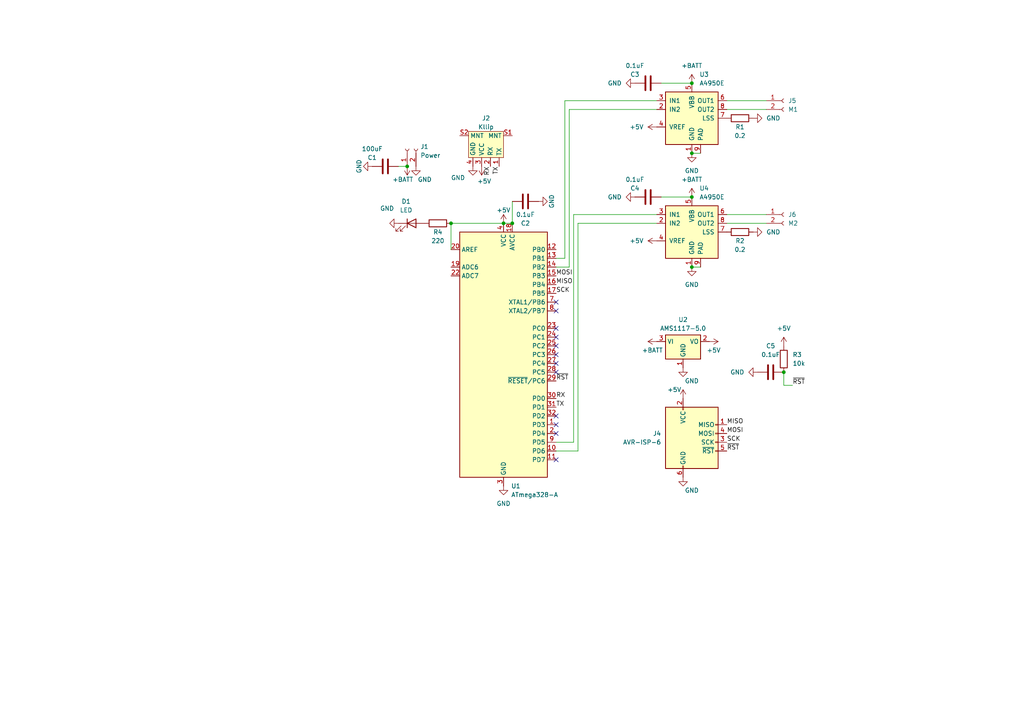
<source format=kicad_sch>
(kicad_sch (version 20231120) (generator "eeschema") (generator_version "8.0")
  (paper "A4")
  (lib_symbols
    (symbol "Connector:AVR-ISP-6" (pin_names (offset 1.016))
      (property "Reference" "J" (at -6.35 11.43 0))
      (property "Value" "AVR-ISP-6" (at 0 11.43 0))
      (symbol "AVR-ISP-6_0_1"
        (rectangle (start -2.667 -6.858) (end -2.413 -7.62))
        (rectangle (start -2.667 10.16) (end -2.413 9.398))
        (rectangle (start 7.62 -2.413) (end 6.858 -2.667))
        (rectangle (start 7.62 0.127) (end 6.858 -0.127))
        (rectangle (start 7.62 2.667) (end 6.858 2.413))
        (rectangle (start 7.62 5.207) (end 6.858 4.953))
        (rectangle (start 7.62 10.16) (end -7.62 -7.62) (stroke (width 0.254)) (fill (type background)))
      )
      (symbol "AVR-ISP-6_1_1"
        (pin passive line (at 10.16 5.08 180) (length 2.54) (name "MISO") (number "1"))
        (pin passive line (at -2.54 12.7 270) (length 2.54) (name "VCC") (number "2"))
        (pin passive line (at 10.16 0 180) (length 2.54) (name "SCK") (number "3"))
        (pin passive line (at 10.16 2.54 180) (length 2.54) (name "MOSI") (number "4"))
        (pin passive line (at 10.16 -2.54 180) (length 2.54) (name "~{RST}") (number "5"))
        (pin passive line (at -2.54 -10.16 90) (length 2.54) (name "GND") (number "6"))
      )
    )
    (symbol "Connector:Conn_01x02_Socket" (pin_names (offset 1.016) hide)
      (property "Reference" "J" (at 0 2.54 0))
      (property "Value" "Conn_01x02_Socket" (at 0 -5.08 0))
      (symbol "Conn_01x02_Socket_1_1"
        (arc (start 0 -2.032) (mid -0.5058 -2.54) (end 0 -3.048) (stroke (width 0.1524)))
        (polyline (pts (xy -1.27 -2.54) (xy -0.508 -2.54)) (stroke (width 0.1524)))
        (polyline (pts (xy -1.27 0) (xy -0.508 0)) (stroke (width 0.1524)))
        (arc (start 0 0.508) (mid -0.5058 0) (end 0 -0.508) (stroke (width 0.1524)))
        (pin passive line (at -5.08 0 0) (length 3.81) (name "Pin_1") (number "1"))
        (pin passive line (at -5.08 -2.54 0) (length 3.81) (name "Pin_2") (number "2"))
      )
    )
    (symbol "Device:C" (pin_numbers hide) (pin_names (offset 0.254))
      (property "Reference" "C" (at 0.635 2.54 0))
      (property "Value" "C" (at 0.635 -2.54 0))
      (symbol "C_0_1"
        (polyline (pts (xy -2.032 -0.762) (xy 2.032 -0.762)) (stroke (width 0.508)))
        (polyline (pts (xy -2.032 0.762) (xy 2.032 0.762)) (stroke (width 0.508)))
      )
      (symbol "C_1_1"
        (pin passive line (at 0 3.81 270) (length 2.794) (name "~") (number "1"))
        (pin passive line (at 0 -3.81 90) (length 2.794) (name "~") (number "2"))
      )
    )
    (symbol "Device:LED" (pin_numbers hide) (pin_names (offset 1.016) hide)
      (property "Reference" "D" (at 0 2.54 0))
      (property "Value" "LED" (at 0 -2.54 0))
      (symbol "LED_0_1"
        (polyline (pts (xy -1.27 -1.27) (xy -1.27 1.27)) (stroke (width 0.254)))
        (polyline (pts (xy -1.27 0) (xy 1.27 0)))
        (polyline (pts (xy 1.27 -1.27) (xy 1.27 1.27) (xy -1.27 0) (xy 1.27 -1.27)) (stroke (width 0.254)))
        (polyline (pts (xy -3.048 -0.762) (xy -4.572 -2.286) (xy -3.81 -2.286) (xy -4.572 -2.286) (xy -4.572 -1.524)))
        (polyline (pts (xy -1.778 -0.762) (xy -3.302 -2.286) (xy -2.54 -2.286) (xy -3.302 -2.286) (xy -3.302 -1.524)))
      )
      (symbol "LED_1_1"
        (pin passive line (at -3.81 0 0) (length 2.54) (name "K") (number "1"))
        (pin passive line (at 3.81 0 180) (length 2.54) (name "A") (number "2"))
      )
    )
    (symbol "Device:R" (pin_numbers hide) (pin_names (offset 0))
      (property "Reference" "R" (at 2.032 0 90))
      (property "Value" "R" (at 0 0 90))
      (symbol "R_0_1"
        (rectangle (start -1.016 -2.54) (end 1.016 2.54) (stroke (width 0.254)))
      )
      (symbol "R_1_1"
        (pin passive line (at 0 3.81 270) (length 1.27) (name "~") (number "1"))
        (pin passive line (at 0 -3.81 90) (length 1.27) (name "~") (number "2"))
      )
    )
    (symbol "Driver_Motor:A4950E" (pin_names (offset 1.016))
      (property "Reference" "U" (at -7.62 8.89 0))
      (property "Value" "A4950E" (at 5.08 8.89 0))
      (symbol "A4950E_0_1"
        (rectangle (start -7.62 7.62) (end 7.62 -7.62) (stroke (width 0.254)) (fill (type background)))
      )
      (symbol "A4950E_1_1"
        (pin power_in line (at 0 -10.16 90) (length 2.54) (name "GND") (number "1"))
        (pin input line (at -10.16 2.54 0) (length 2.54) (name "IN2") (number "2"))
        (pin input line (at -10.16 5.08 0) (length 2.54) (name "IN1") (number "3"))
        (pin passive line (at -10.16 -2.54 0) (length 2.54) (name "VREF") (number "4"))
        (pin power_in line (at 0 10.16 270) (length 2.54) (name "VBB") (number "5"))
        (pin power_out line (at 10.16 5.08 180) (length 2.54) (name "OUT1") (number "6"))
        (pin power_in line (at 10.16 0 180) (length 2.54) (name "LSS") (number "7"))
        (pin power_out line (at 10.16 2.54 180) (length 2.54) (name "OUT2") (number "8"))
        (pin power_in line (at 2.54 -10.16 90) (length 2.54) (name "PAD") (number "9"))
      )
    )
    (symbol "MCU_Microchip_ATmega:ATmega328-A"
      (property "Reference" "U" (at -12.7 36.83 0))
      (property "Value" "ATmega328-A" (at 2.54 -36.83 0))
      (symbol "ATmega328-A_0_1"
        (rectangle (start -12.7 -35.56) (end 12.7 35.56) (stroke (width 0.254)) (fill (type background)))
      )
      (symbol "ATmega328-A_1_1"
        (pin bidirectional line (at 15.24 -20.32 180) (length 2.54) (name "PD3") (number "1"))
        (pin bidirectional line (at 15.24 -27.94 180) (length 2.54) (name "PD6") (number "10"))
        (pin bidirectional line (at 15.24 -30.48 180) (length 2.54) (name "PD7") (number "11"))
        (pin bidirectional line (at 15.24 30.48 180) (length 2.54) (name "PB0") (number "12"))
        (pin bidirectional line (at 15.24 27.94 180) (length 2.54) (name "PB1") (number "13"))
        (pin bidirectional line (at 15.24 25.4 180) (length 2.54) (name "PB2") (number "14"))
        (pin bidirectional line (at 15.24 22.86 180) (length 2.54) (name "PB3") (number "15"))
        (pin bidirectional line (at 15.24 20.32 180) (length 2.54) (name "PB4") (number "16"))
        (pin bidirectional line (at 15.24 17.78 180) (length 2.54) (name "PB5") (number "17"))
        (pin power_in line (at 2.54 38.1 270) (length 2.54) (name "AVCC") (number "18"))
        (pin input line (at -15.24 25.4 0) (length 2.54) (name "ADC6") (number "19"))
        (pin bidirectional line (at 15.24 -22.86 180) (length 2.54) (name "PD4") (number "2"))
        (pin passive line (at -15.24 30.48 0) (length 2.54) (name "AREF") (number "20"))
        (pin passive line (at 0 -38.1 90) (length 2.54) hide (name "GND") (number "21"))
        (pin input line (at -15.24 22.86 0) (length 2.54) (name "ADC7") (number "22"))
        (pin bidirectional line (at 15.24 7.62 180) (length 2.54) (name "PC0") (number "23"))
        (pin bidirectional line (at 15.24 5.08 180) (length 2.54) (name "PC1") (number "24"))
        (pin bidirectional line (at 15.24 2.54 180) (length 2.54) (name "PC2") (number "25"))
        (pin bidirectional line (at 15.24 0 180) (length 2.54) (name "PC3") (number "26"))
        (pin bidirectional line (at 15.24 -2.54 180) (length 2.54) (name "PC4") (number "27"))
        (pin bidirectional line (at 15.24 -5.08 180) (length 2.54) (name "PC5") (number "28"))
        (pin bidirectional line (at 15.24 -7.62 180) (length 2.54) (name "~{RESET}/PC6") (number "29"))
        (pin power_in line (at 0 -38.1 90) (length 2.54) (name "GND") (number "3"))
        (pin bidirectional line (at 15.24 -12.7 180) (length 2.54) (name "PD0") (number "30"))
        (pin bidirectional line (at 15.24 -15.24 180) (length 2.54) (name "PD1") (number "31"))
        (pin bidirectional line (at 15.24 -17.78 180) (length 2.54) (name "PD2") (number "32"))
        (pin power_in line (at 0 38.1 270) (length 2.54) (name "VCC") (number "4"))
        (pin passive line (at 0 -38.1 90) (length 2.54) hide (name "GND") (number "5"))
        (pin passive line (at 0 38.1 270) (length 2.54) hide (name "VCC") (number "6"))
        (pin bidirectional line (at 15.24 15.24 180) (length 2.54) (name "XTAL1/PB6") (number "7"))
        (pin bidirectional line (at 15.24 12.7 180) (length 2.54) (name "XTAL2/PB7") (number "8"))
        (pin bidirectional line (at 15.24 -25.4 180) (length 2.54) (name "PD5") (number "9"))
      )
    )
    (symbol "Regulator_Linear:AMS1117-5.0"
      (property "Reference" "U" (at -3.81 3.175 0))
      (property "Value" "AMS1117-5.0" (at 0 3.175 0))
      (symbol "AMS1117-5.0_0_1"
        (rectangle (start -5.08 -5.08) (end 5.08 1.905) (stroke (width 0.254)) (fill (type background)))
      )
      (symbol "AMS1117-5.0_1_1"
        (pin power_in line (at 0 -7.62 90) (length 2.54) (name "GND") (number "1"))
        (pin power_out line (at 7.62 0 180) (length 2.54) (name "VO") (number "2"))
        (pin power_in line (at -7.62 0 0) (length 2.54) (name "VI") (number "3"))
      )
    )
    (symbol "power:+5V" (power) (pin_names (offset 0))
      (property "Value" "+5V" (at 0 3.556 0))
      (symbol "+5V_0_1"
        (polyline (pts (xy -0.762 1.27) (xy 0 2.54)))
        (polyline (pts (xy 0 0) (xy 0 2.54)))
        (polyline (pts (xy 0 2.54) (xy 0.762 1.27)))
      )
      (symbol "+5V_1_1"
        (pin power_in line (at 0 0 90) (length 0) hide (name "+5V") (number "1"))
      )
    )
    (symbol "power:+BATT" (power) (pin_names (offset 0))
      (property "Value" "+BATT" (at 0 3.556 0))
      (symbol "+BATT_0_1"
        (polyline (pts (xy -0.762 1.27) (xy 0 2.54)))
        (polyline (pts (xy 0 0) (xy 0 2.54)))
        (polyline (pts (xy 0 2.54) (xy 0.762 1.27)))
      )
      (symbol "+BATT_1_1"
        (pin power_in line (at 0 0 90) (length 0) hide (name "+BATT") (number "1"))
      )
    )
    (symbol "power:GND" (power) (pin_names (offset 0))
      (property "Value" "GND" (at 0 -3.81 0))
      (symbol "GND_0_1"
        (polyline (pts (xy 0 0) (xy 0 -1.27) (xy 1.27 -1.27) (xy 0 -2.54) (xy -1.27 -1.27) (xy 0 -1.27)))
      )
      (symbol "GND_1_1"
        (pin power_in line (at 0 0 270) (length 0) hide (name "GND") (number "1"))
      )
    )
    (symbol "user:Qwiic"
      (property "Reference" "J" (at -6.35 3.81 0))
      (symbol "Qwiic_0_1"
        (rectangle (start -5.08 3.81) (end 2.54 -6.35) (fill (type background)))
      )
      (symbol "Qwiic_1_1"
        (pin bidirectional line (at 5.08 2.54 180) (length 2.54) (name "TX") (number "1"))
        (pin bidirectional line (at 5.08 0 180) (length 2.54) (name "RX") (number "2"))
        (pin power_in line (at 5.08 -2.54 180) (length 2.54) (name "VCC") (number "3"))
        (pin power_in line (at 5.08 -5.08 180) (length 2.54) (name "GND") (number "4"))
        (pin unspecified line (at -3.81 6.35 270) (length 2.54) (name "MNT") (number "S1"))
        (pin unspecified line (at -3.81 -8.89 90) (length 2.54) (name "MNT") (number "S2"))
      )
    )
  )
  (junction (at 200.66 24.13))
  (junction (at 118.11 48.26))
  (junction (at 130.81 64.77))
  (junction (at 200.66 57.15))
  (junction (at 200.66 44.45))
  (junction (at 200.66 77.47))
  (junction (at 227.33 107.95))
  (junction (at 148.59 64.77))
  (junction (at 146.05 64.77))
  (no_connect (at 161.29 95.25))
  (no_connect (at 161.29 133.35))
  (no_connect (at 161.29 102.87))
  (no_connect (at 161.29 87.63))
  (no_connect (at 161.29 90.17))
  (no_connect (at 161.29 120.65))
  (no_connect (at 161.29 107.95))
  (no_connect (at 161.29 123.19))
  (no_connect (at 161.29 125.73))
  (no_connect (at 161.29 97.79))
  (no_connect (at 161.29 100.33))
  (no_connect (at 161.29 105.41))
  (wire (pts (xy 210.82 64.77) (xy 222.25 64.77)))
  (wire (pts (xy 161.29 74.93) (xy 163.83 74.93)))
  (wire (pts (xy 165.1 31.75) (xy 165.1 77.47)))
  (wire (pts (xy 130.81 64.77) (xy 130.81 72.39)))
  (wire (pts (xy 115.57 48.26) (xy 118.11 48.26)))
  (wire (pts (xy 200.66 44.45) (xy 203.2 44.45)))
  (wire (pts (xy 229.87 111.76) (xy 227.33 111.76)))
  (wire (pts (xy 166.37 128.27) (xy 166.37 62.23)))
  (wire (pts (xy 161.29 128.27) (xy 166.37 128.27)))
  (wire (pts (xy 163.83 29.21) (xy 163.83 74.93)))
  (wire (pts (xy 191.77 57.15) (xy 200.66 57.15)))
  (wire (pts (xy 167.64 130.81) (xy 167.64 64.77)))
  (wire (pts (xy 146.05 64.77) (xy 148.59 64.77)))
  (wire (pts (xy 166.37 62.23) (xy 190.5 62.23)))
  (wire (pts (xy 210.82 29.21) (xy 222.25 29.21)))
  (wire (pts (xy 146.05 64.77) (xy 130.81 64.77)))
  (wire (pts (xy 161.29 130.81) (xy 167.64 130.81)))
  (wire (pts (xy 200.66 77.47) (xy 203.2 77.47)))
  (wire (pts (xy 163.83 29.21) (xy 190.5 29.21)))
  (wire (pts (xy 191.77 24.13) (xy 200.66 24.13)))
  (wire (pts (xy 210.82 31.75) (xy 222.25 31.75)))
  (wire (pts (xy 227.33 111.76) (xy 227.33 107.95)))
  (wire (pts (xy 167.64 64.77) (xy 190.5 64.77)))
  (wire (pts (xy 210.82 62.23) (xy 222.25 62.23)))
  (wire (pts (xy 148.59 58.42) (xy 148.59 64.77)))
  (wire (pts (xy 161.29 77.47) (xy 165.1 77.47)))
  (wire (pts (xy 165.1 31.75) (xy 190.5 31.75)))
  (label "~{RST}" (at 229.87 111.76 0))
  (label "RX" (at 161.29 115.57 0))
  (label "MISO" (at 210.82 123.19 0))
  (label "RX" (at 142.24 48.26 270))
  (label "MOSI" (at 210.82 125.73 0))
  (label "~{RST}" (at 161.29 110.49 0))
  (label "TX" (at 144.78 48.26 270))
  (label "SCK" (at 210.82 128.27 0))
  (label "MOSI" (at 161.29 80.01 0))
  (label "MISO" (at 161.29 82.55 0))
  (label "SCK" (at 161.29 85.09 0))
  (label "TX" (at 161.29 118.11 0))
  (label "~{RST}" (at 210.82 130.81 0))
  (symbol (lib_id "user:Qwiic") (at 142.24 43.18 270) (unit 1)
    (property "Reference" "J2" (at 140.97 34.29 90))
    (property "Value" "Kllip" (at 140.97 36.83 90))
    (property "Footprint" "user:SPARKFUN_PRT-14417" (effects (hide yes)))
  )
  (symbol (lib_id "power:GND") (at 184.15 57.15 270) (unit 1)
    (property "Reference" "#PWR010" (effects (hide yes)))
    (property "Value" "GND" (at 180.34 57.15 90) (effects (justify right)))
  )
  (symbol (lib_id "power:+5V") (at 227.33 100.33 0) (unit 1)
    (property "Reference" "#PWR025" (effects (hide yes)))
    (property "Value" "+5V" (at 227.33 95.25 0))
  )
  (symbol (lib_id "power:GND") (at 198.12 106.68 0) (unit 1)
    (property "Reference" "#PWR014" (effects (hide yes)))
    (property "Value" "GND" (at 200.66 110.49 0))
  )
  (symbol (lib_id "Connector:Conn_01x02_Socket") (at 227.33 29.21 0) (unit 1)
    (property "Reference" "J5" (at 228.6 29.21 0) (effects (justify left)))
    (property "Value" "M1" (at 228.6 31.75 0) (effects (justify left)))
    (property "Footprint" "Connector_PinSocket_2.54mm:PinSocket_1x02_P2.54mm_Vertical" (effects (hide yes)))
  )
  (symbol (lib_id "Regulator_Linear:AMS1117-5.0") (at 198.12 99.06 0) (unit 1)
    (property "Reference" "U2" (at 198.12 92.71 0))
    (property "Value" "AMS1117-5.0" (at 198.12 95.25 0))
    (property "Footprint" "Package_TO_SOT_SMD:SOT-223-3_TabPin2" (effects (hide yes)))
    (property "Datasheet" "http://www.advanced-monolithic.com/pdf/ds1117.pdf" (effects (hide yes)))
  )
  (symbol (lib_id "Device:R") (at 214.63 67.31 270) (unit 1)
    (property "Reference" "R2" (at 214.63 69.85 90))
    (property "Value" "0.2" (at 214.63 72.39 90))
    (property "Footprint" "Resistor_SMD:R_0805_2012Metric" (effects (hide yes)))
  )
  (symbol (lib_id "power:+5V") (at 139.7 48.26 180) (unit 1)
    (property "Reference" "#PWR04" (effects (hide yes)))
    (property "Value" "+5V" (at 140.462 52.578 0))
  )
  (symbol (lib_id "power:+5V") (at 190.5 36.83 90) (unit 1)
    (property "Reference" "#PWR011" (effects (hide yes)))
    (property "Value" "+5V" (at 186.69 36.83 90) (effects (justify left)))
  )
  (symbol (lib_id "Driver_Motor:A4950E") (at 200.66 67.31 0) (unit 1)
    (property "Reference" "U4" (at 202.8541 54.61 0) (effects (justify left)))
    (property "Value" "A4950E" (at 202.8541 57.15 0) (effects (justify left)))
    (property "Footprint" "Package_SO:SOIC-8-1EP_3.9x4.9mm_P1.27mm_EP2.41x3.3mm" (effects (hide yes)))
    (property "Datasheet" "http://www.allegromicro.com/~/media/Files/Datasheets/A4950-Datasheet.ashx" (effects (hide yes)))
  )
  (symbol (lib_id "Device:LED") (at 119.38 64.77 0) (unit 1)
    (property "Reference" "D1" (at 117.7925 58.42 0))
    (property "Value" "LED" (at 117.7925 60.96 0))
    (property "Footprint" "LED_SMD:LED_0805_2012Metric" (effects (hide yes)))
    (property "Description" "Light emitting diode" (effects (hide yes)))
  )
  (symbol (lib_id "power:GND") (at 218.44 67.31 90) (unit 1)
    (property "Reference" "#PWR023" (effects (hide yes)))
    (property "Value" "GND" (at 222.25 67.31 90) (effects (justify right)))
  )
  (symbol (lib_id "power:GND") (at 198.12 138.43 0) (unit 1)
    (property "Reference" "#PWR016" (effects (hide yes)))
    (property "Value" "GND" (at 200.66 142.24 0))
  )
  (symbol (lib_id "MCU_Microchip_ATmega:ATmega328-A") (at 146.05 102.87 0) (unit 1)
    (property "Reference" "U1" (at 148.2441 140.97 0) (effects (justify left)))
    (property "Value" "ATmega328-A" (at 148.2441 143.51 0) (effects (justify left)))
    (property "Footprint" "Package_QFP:TQFP-32_7x7mm_P0.8mm" (effects (hide yes)))
    (property "Datasheet" "http://ww1.microchip.com/downloads/en/DeviceDoc/ATmega328_P%20AVR%20MCU%20with%20picoPower%20Technology%20Data%20Sheet%2040001984A.pdf" (effects (hide yes)))
  )
  (symbol (lib_id "power:GND") (at 146.05 140.97 0) (unit 1)
    (property "Reference" "#PWR06" (effects (hide yes)))
    (property "Value" "GND" (at 146.05 146.05 0))
  )
  (symbol (lib_id "Device:R") (at 127 64.77 270) (unit 1)
    (property "Reference" "R4" (at 127 67.31 90))
    (property "Value" "220" (at 127 69.85 90))
    (property "Footprint" "Resistor_SMD:R_0805_2012Metric" (effects (hide yes)))
  )
  (symbol (lib_id "power:GND") (at 115.57 64.77 270) (unit 1)
    (property "Reference" "#PWR026" (effects (hide yes)))
    (property "Value" "GND" (at 112.268 60.452 90))
  )
  (symbol (lib_id "power:GND") (at 218.44 34.29 90) (unit 1)
    (property "Reference" "#PWR022" (effects (hide yes)))
    (property "Value" "GND" (at 222.25 34.29 90) (effects (justify right)))
  )
  (symbol (lib_id "power:GND") (at 219.71 107.95 270) (unit 1)
    (property "Reference" "#PWR024" (effects (hide yes)))
    (property "Value" "GND" (at 215.9 107.95 90) (effects (justify right)))
  )
  (symbol (lib_id "Device:C") (at 187.96 24.13 270) (unit 1)
    (property "Reference" "C3" (at 184.15 21.59 90))
    (property "Value" "0.1uF" (at 184.15 19.05 90))
    (property "Footprint" "Capacitor_SMD:C_0805_2012Metric" (effects (hide yes)))
  )
  (symbol (lib_id "power:GND") (at 200.66 77.47 0) (unit 1)
    (property "Reference" "#PWR020" (effects (hide yes)))
    (property "Value" "GND" (at 200.66 82.55 0))
  )
  (symbol (lib_id "power:GND") (at 107.95 48.26 270) (unit 1)
    (property "Reference" "#PWR01" (effects (hide yes)))
    (property "Value" "GND" (at 104.14 48.26 0))
  )
  (symbol (lib_id "power:+5V") (at 146.05 64.77 0) (unit 1)
    (property "Reference" "#PWR05" (effects (hide yes)))
    (property "Value" "+5V" (at 146.05 60.96 0))
  )
  (symbol (lib_id "Driver_Motor:A4950E") (at 200.66 34.29 0) (unit 1)
    (property "Reference" "U3" (at 202.8541 21.59 0) (effects (justify left)))
    (property "Value" "A4950E" (at 202.8541 24.13 0) (effects (justify left)))
    (property "Footprint" "Package_SO:SOIC-8-1EP_3.9x4.9mm_P1.27mm_EP2.41x3.3mm" (effects (hide yes)))
    (property "Datasheet" "http://www.allegromicro.com/~/media/Files/Datasheets/A4950-Datasheet.ashx" (effects (hide yes)))
  )
  (symbol (lib_id "power:+5V") (at 190.5 69.85 90) (unit 1)
    (property "Reference" "#PWR012" (effects (hide yes)))
    (property "Value" "+5V" (at 186.69 69.85 90) (effects (justify left)))
  )
  (symbol (lib_id "Device:R") (at 227.33 104.14 0) (unit 1)
    (property "Reference" "R3" (at 229.87 102.87 0) (effects (justify left)))
    (property "Value" "10k" (at 229.87 105.41 0) (effects (justify left)))
    (property "Footprint" "Resistor_SMD:R_0805_2012Metric" (effects (hide yes)))
  )
  (symbol (lib_id "power:GND") (at 120.65 48.26 0) (unit 1)
    (property "Reference" "#PWR03" (effects (hide yes)))
    (property "Value" "GND" (at 123.19 52.07 0))
  )
  (symbol (lib_id "power:+BATT") (at 118.11 48.26 180) (unit 1)
    (property "Reference" "#PWR02" (effects (hide yes)))
    (property "Value" "+BATT" (at 116.84 52.07 0))
  )
  (symbol (lib_id "Device:R") (at 214.63 34.29 270) (unit 1)
    (property "Reference" "R1" (at 214.63 36.83 90))
    (property "Value" "0.2" (at 214.63 39.37 90))
    (property "Footprint" "Resistor_SMD:R_0805_2012Metric" (effects (hide yes)))
  )
  (symbol (lib_id "Connector:Conn_01x02_Socket") (at 227.33 62.23 0) (unit 1)
    (property "Reference" "J6" (at 228.6 62.23 0) (effects (justify left)))
    (property "Value" "M2" (at 228.6 64.77 0) (effects (justify left)))
    (property "Footprint" "Connector_PinSocket_2.54mm:PinSocket_1x02_P2.54mm_Vertical" (effects (hide yes)))
  )
  (symbol (lib_id "power:+5V") (at 205.74 99.06 270) (unit 1)
    (property "Reference" "#PWR021" (effects (hide yes)))
    (property "Value" "+5V" (at 207.01 101.6 90))
  )
  (symbol (lib_id "Device:C") (at 152.4 58.42 270) (unit 1)
    (property "Reference" "C2" (at 152.4 64.77 90))
    (property "Value" "0.1uF" (at 152.4 62.23 90))
    (property "Footprint" "Capacitor_SMD:C_0805_2012Metric" (effects (hide yes)))
  )
  (symbol (lib_id "power:GND") (at 137.16 48.26 0) (unit 1)
    (property "Reference" "#PWR07" (effects (hide yes)))
    (property "Value" "GND" (at 132.842 51.562 0))
  )
  (symbol (lib_id "Device:C") (at 111.76 48.26 270) (unit 1)
    (property "Reference" "C1" (at 107.95 45.72 90))
    (property "Value" "100uF" (at 107.95 43.18 90))
    (property "Footprint" "Capacitor_SMD:C_1206_3216Metric" (effects (hide yes)))
  )
  (symbol (lib_id "power:+BATT") (at 200.66 24.13 0) (unit 1)
    (property "Reference" "#PWR017" (effects (hide yes)))
    (property "Value" "+BATT" (at 200.66 19.05 0))
  )
  (symbol (lib_id "power:GND") (at 200.66 44.45 0) (unit 1)
    (property "Reference" "#PWR018" (effects (hide yes)))
    (property "Value" "GND" (at 200.66 49.53 0))
  )
  (symbol (lib_id "Device:C") (at 187.96 57.15 270) (unit 1)
    (property "Reference" "C4" (at 184.15 54.61 90))
    (property "Value" "0.1uF" (at 184.15 52.07 90))
    (property "Footprint" "Capacitor_SMD:C_0805_2012Metric" (effects (hide yes)))
  )
  (symbol (lib_id "power:+BATT") (at 200.66 57.15 0) (unit 1)
    (property "Reference" "#PWR019" (effects (hide yes)))
    (property "Value" "+BATT" (at 200.66 52.07 0))
  )
  (symbol (lib_id "Connector:Conn_01x02_Socket") (at 118.11 43.18 90) (unit 1)
    (property "Reference" "J1" (at 121.92 42.545 90) (effects (justify right)))
    (property "Value" "Power" (at 121.92 45.085 90) (effects (justify right)))
    (property "Footprint" "Connector_PinSocket_2.54mm:PinSocket_1x02_P2.54mm_Vertical" (effects (hide yes)))
  )
  (symbol (lib_id "Device:C") (at 223.52 107.95 90) (unit 1)
    (property "Reference" "C5" (at 223.52 100.33 90))
    (property "Value" "0.1uF" (at 223.52 102.87 90))
    (property "Footprint" "Capacitor_SMD:C_0805_2012Metric" (effects (hide yes)))
  )
  (symbol (lib_id "Connector:AVR-ISP-6") (at 200.66 128.27 0) (unit 1)
    (property "Reference" "J4" (at 191.77 125.73 0) (effects (justify right)))
    (property "Value" "AVR-ISP-6" (at 191.77 128.27 0) (effects (justify right)))
    (property "Footprint" "Connector_PinSocket_2.54mm:PinSocket_2x03_P2.54mm_Vertical" (effects (hide yes)))
  )
  (symbol (lib_id "power:GND") (at 184.15 24.13 270) (unit 1)
    (property "Reference" "#PWR09" (effects (hide yes)))
    (property "Value" "GND" (at 180.34 24.13 90) (effects (justify right)))
  )
  (symbol (lib_id "power:+BATT") (at 190.5 99.06 90) (unit 1)
    (property "Reference" "#PWR013" (effects (hide yes)))
    (property "Value" "+BATT" (at 189.23 101.6 90))
  )
  (symbol (lib_id "power:+5V") (at 198.12 115.57 0) (unit 1)
    (property "Reference" "#PWR015" (effects (hide yes)))
    (property "Value" "+5V" (at 195.58 113.03 0))
  )
  (symbol (lib_id "power:GND") (at 156.21 58.42 90) (unit 1)
    (property "Reference" "#PWR08" (effects (hide yes)))
    (property "Value" "GND" (at 160.02 58.42 0))
  )
)
</source>
